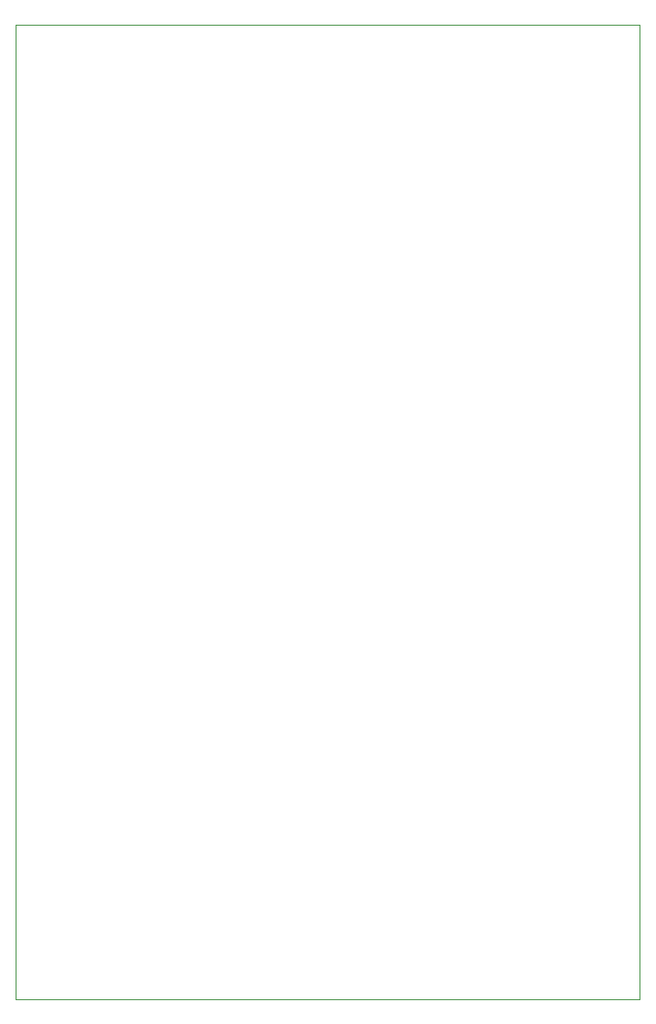
<source format=gbr>
%TF.GenerationSoftware,KiCad,Pcbnew,8.0.8*%
%TF.CreationDate,2025-03-08T09:49:49-08:00*%
%TF.ProjectId,proto,70726f74-6f2e-46b6-9963-61645f706362,rev?*%
%TF.SameCoordinates,Original*%
%TF.FileFunction,Profile,NP*%
%FSLAX46Y46*%
G04 Gerber Fmt 4.6, Leading zero omitted, Abs format (unit mm)*
G04 Created by KiCad (PCBNEW 8.0.8) date 2025-03-08 09:49:49*
%MOMM*%
%LPD*%
G01*
G04 APERTURE LIST*
%TA.AperFunction,Profile*%
%ADD10C,0.050000*%
%TD*%
G04 APERTURE END LIST*
D10*
X79553846Y-91520000D02*
X137220000Y-91520000D01*
X137220000Y-181543846D01*
X79553846Y-181543846D01*
X79553846Y-91520000D01*
M02*

</source>
